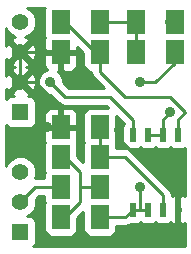
<source format=gtl>
G04 (created by PCBNEW (2013-07-07 BZR 4022)-stable) date 26/01/2015 11:31:51 AM*
%MOIN*%
G04 Gerber Fmt 3.4, Leading zero omitted, Abs format*
%FSLAX34Y34*%
G01*
G70*
G90*
G04 APERTURE LIST*
%ADD10C,0.00590551*%
%ADD11R,0.02X0.045*%
%ADD12R,0.06X0.08*%
%ADD13R,0.055X0.055*%
%ADD14C,0.055*%
%ADD15C,0.035*%
%ADD16C,0.01*%
G04 APERTURE END LIST*
G54D10*
G54D11*
X12550Y-11050D03*
X13050Y-11050D03*
X13550Y-11050D03*
X14050Y-11050D03*
X14050Y-13550D03*
X13550Y-13550D03*
X13050Y-13550D03*
X12550Y-13550D03*
G54D12*
X10150Y-12800D03*
X11450Y-12800D03*
X10150Y-11800D03*
X11450Y-11800D03*
X11450Y-10800D03*
X10150Y-10800D03*
X10150Y-13800D03*
X11450Y-13800D03*
X13950Y-8300D03*
X12650Y-8300D03*
X11450Y-7300D03*
X10150Y-7300D03*
X12650Y-7300D03*
X13950Y-7300D03*
X11450Y-8300D03*
X10150Y-8300D03*
G54D13*
X8800Y-10300D03*
G54D14*
X8800Y-9300D03*
X8800Y-8300D03*
X8800Y-7300D03*
G54D13*
X8800Y-14300D03*
G54D14*
X8800Y-13300D03*
X8800Y-12300D03*
G54D15*
X9800Y-9300D03*
X9700Y-10800D03*
X12100Y-10900D03*
X12800Y-9300D03*
X12800Y-12800D03*
X13800Y-7300D03*
X13800Y-10300D03*
G54D16*
X12550Y-10550D02*
X12550Y-11050D01*
X11800Y-9800D02*
X12550Y-10550D01*
X10300Y-9800D02*
X11800Y-9800D01*
X9800Y-9300D02*
X10300Y-9800D01*
X14050Y-13550D02*
X14050Y-13150D01*
X9700Y-10800D02*
X10150Y-10800D01*
X12100Y-11200D02*
X12100Y-10900D01*
X14050Y-13150D02*
X12100Y-11200D01*
X10150Y-10800D02*
X10150Y-10150D01*
X9300Y-9300D02*
X8800Y-9300D01*
X10150Y-10150D02*
X9300Y-9300D01*
X8800Y-9300D02*
X8800Y-8300D01*
X10150Y-8300D02*
X8800Y-8300D01*
X10150Y-7300D02*
X10300Y-7300D01*
X11300Y-8300D02*
X11450Y-8300D01*
X10800Y-7800D02*
X11300Y-8300D01*
X10300Y-7300D02*
X10800Y-7800D01*
X14050Y-11050D02*
X14050Y-10550D01*
X11450Y-8950D02*
X11450Y-8300D01*
X12300Y-9800D02*
X11450Y-8950D01*
X13800Y-9800D02*
X12300Y-9800D01*
X14300Y-10300D02*
X13800Y-9800D01*
X14050Y-10550D02*
X14300Y-10300D01*
X12800Y-13550D02*
X12800Y-12800D01*
X13950Y-8650D02*
X13950Y-8300D01*
X13300Y-9300D02*
X13950Y-8650D01*
X12800Y-9300D02*
X13300Y-9300D01*
X12550Y-13550D02*
X12800Y-13550D01*
X12800Y-13550D02*
X13050Y-13550D01*
X11450Y-13800D02*
X12300Y-13800D01*
X12300Y-13800D02*
X12550Y-13550D01*
X10800Y-12800D02*
X11450Y-12800D01*
X10150Y-11800D02*
X10300Y-11800D01*
X10300Y-13800D02*
X10150Y-13800D01*
X10800Y-13300D02*
X10300Y-13800D01*
X10800Y-12300D02*
X10800Y-12800D01*
X10800Y-12800D02*
X10800Y-13300D01*
X10300Y-11800D02*
X10800Y-12300D01*
X11450Y-10800D02*
X11450Y-11800D01*
X11450Y-11800D02*
X12300Y-11800D01*
X13550Y-13050D02*
X13550Y-13550D01*
X12300Y-11800D02*
X13550Y-13050D01*
X12650Y-7300D02*
X12650Y-8300D01*
X11450Y-7300D02*
X12650Y-7300D01*
X13550Y-11050D02*
X13550Y-10550D01*
X13800Y-7300D02*
X13950Y-7300D01*
X13550Y-10550D02*
X13800Y-10300D01*
X13050Y-11050D02*
X13550Y-11050D01*
X10150Y-12800D02*
X9300Y-12800D01*
X9300Y-12800D02*
X8800Y-13300D01*
G54D10*
G36*
X11725Y-10149D02*
X11700Y-10149D01*
X11100Y-10149D01*
X11008Y-10187D01*
X10938Y-10258D01*
X10900Y-10350D01*
X10899Y-10449D01*
X10899Y-11249D01*
X10920Y-11300D01*
X10900Y-11350D01*
X10899Y-11449D01*
X10899Y-11975D01*
X10700Y-11775D01*
X10700Y-11350D01*
X10679Y-11299D01*
X10699Y-11249D01*
X10700Y-11150D01*
X10700Y-10449D01*
X10699Y-10350D01*
X10661Y-10258D01*
X10591Y-10187D01*
X10499Y-10149D01*
X10262Y-10150D01*
X10200Y-10212D01*
X10200Y-10750D01*
X10637Y-10750D01*
X10700Y-10687D01*
X10700Y-10449D01*
X10700Y-11150D01*
X10700Y-10912D01*
X10637Y-10850D01*
X10200Y-10850D01*
X10200Y-10857D01*
X10100Y-10857D01*
X10100Y-10850D01*
X10100Y-10750D01*
X10100Y-10212D01*
X10037Y-10150D01*
X9800Y-10149D01*
X9708Y-10187D01*
X9638Y-10258D01*
X9600Y-10350D01*
X9599Y-10449D01*
X9600Y-10687D01*
X9662Y-10750D01*
X10100Y-10750D01*
X10100Y-10850D01*
X9662Y-10850D01*
X9600Y-10912D01*
X9599Y-11150D01*
X9600Y-11249D01*
X9620Y-11300D01*
X9600Y-11350D01*
X9599Y-11449D01*
X9599Y-12249D01*
X9620Y-12300D01*
X9600Y-12350D01*
X9599Y-12449D01*
X9599Y-12500D01*
X9329Y-12500D01*
X9329Y-9375D01*
X9329Y-8375D01*
X9318Y-8167D01*
X9260Y-8027D01*
X9167Y-8002D01*
X8870Y-8300D01*
X9167Y-8597D01*
X9260Y-8572D01*
X9329Y-8375D01*
X9329Y-9375D01*
X9318Y-9167D01*
X9260Y-9027D01*
X9167Y-9002D01*
X9097Y-9073D01*
X9097Y-8932D01*
X9072Y-8839D01*
X8969Y-8803D01*
X9072Y-8760D01*
X9097Y-8667D01*
X8800Y-8370D01*
X8502Y-8667D01*
X8527Y-8760D01*
X8630Y-8796D01*
X8527Y-8839D01*
X8502Y-8932D01*
X8800Y-9229D01*
X9097Y-8932D01*
X9097Y-9073D01*
X8870Y-9300D01*
X9167Y-9597D01*
X9260Y-9572D01*
X9329Y-9375D01*
X9329Y-12500D01*
X9300Y-12500D01*
X9284Y-12503D01*
X9324Y-12404D01*
X9325Y-12196D01*
X9245Y-12003D01*
X9097Y-11855D01*
X8904Y-11775D01*
X8696Y-11774D01*
X8503Y-11854D01*
X8355Y-12002D01*
X8319Y-12087D01*
X8319Y-10723D01*
X8383Y-10786D01*
X8475Y-10824D01*
X8574Y-10825D01*
X9124Y-10825D01*
X9216Y-10787D01*
X9286Y-10716D01*
X9324Y-10624D01*
X9325Y-10525D01*
X9325Y-9975D01*
X9287Y-9883D01*
X9216Y-9813D01*
X9124Y-9775D01*
X9037Y-9774D01*
X9072Y-9760D01*
X9097Y-9667D01*
X8800Y-9370D01*
X8502Y-9667D01*
X8527Y-9760D01*
X8568Y-9774D01*
X8475Y-9774D01*
X8383Y-9812D01*
X8319Y-9876D01*
X8319Y-9525D01*
X8339Y-9572D01*
X8432Y-9597D01*
X8729Y-9300D01*
X8432Y-9002D01*
X8339Y-9027D01*
X8319Y-9083D01*
X8319Y-8525D01*
X8339Y-8572D01*
X8432Y-8597D01*
X8729Y-8300D01*
X8432Y-8002D01*
X8339Y-8027D01*
X8319Y-8083D01*
X8319Y-7512D01*
X8354Y-7597D01*
X8502Y-7744D01*
X8628Y-7797D01*
X8527Y-7839D01*
X8502Y-7932D01*
X8800Y-8229D01*
X9097Y-7932D01*
X9072Y-7839D01*
X8962Y-7800D01*
X9097Y-7745D01*
X9244Y-7597D01*
X9324Y-7404D01*
X9325Y-7196D01*
X9245Y-7003D01*
X9097Y-6855D01*
X9012Y-6819D01*
X9612Y-6819D01*
X9600Y-6850D01*
X9599Y-6949D01*
X9599Y-7749D01*
X9620Y-7800D01*
X9600Y-7850D01*
X9599Y-7949D01*
X9600Y-8187D01*
X9662Y-8250D01*
X10100Y-8250D01*
X10100Y-8242D01*
X10200Y-8242D01*
X10200Y-8250D01*
X10637Y-8250D01*
X10700Y-8187D01*
X10700Y-8124D01*
X10899Y-8324D01*
X10899Y-8749D01*
X10937Y-8841D01*
X11008Y-8911D01*
X11100Y-8949D01*
X11150Y-8949D01*
X11150Y-8950D01*
X11172Y-9064D01*
X11237Y-9162D01*
X11575Y-9500D01*
X10700Y-9500D01*
X10700Y-8650D01*
X10700Y-8412D01*
X10637Y-8350D01*
X10200Y-8350D01*
X10200Y-8887D01*
X10262Y-8950D01*
X10499Y-8950D01*
X10591Y-8912D01*
X10661Y-8841D01*
X10699Y-8749D01*
X10700Y-8650D01*
X10700Y-9500D01*
X10424Y-9500D01*
X10224Y-9300D01*
X10225Y-9215D01*
X10160Y-9059D01*
X10044Y-8943D01*
X10100Y-8887D01*
X10100Y-8350D01*
X9662Y-8350D01*
X9600Y-8412D01*
X9599Y-8650D01*
X9600Y-8749D01*
X9638Y-8841D01*
X9684Y-8887D01*
X9559Y-8939D01*
X9439Y-9058D01*
X9375Y-9215D01*
X9374Y-9384D01*
X9439Y-9540D01*
X9558Y-9660D01*
X9715Y-9724D01*
X9800Y-9725D01*
X10087Y-10012D01*
X10087Y-10012D01*
X10185Y-10077D01*
X10300Y-10100D01*
X11675Y-10100D01*
X11725Y-10149D01*
X11725Y-10149D01*
G37*
G54D16*
X11725Y-10149D02*
X11700Y-10149D01*
X11100Y-10149D01*
X11008Y-10187D01*
X10938Y-10258D01*
X10900Y-10350D01*
X10899Y-10449D01*
X10899Y-11249D01*
X10920Y-11300D01*
X10900Y-11350D01*
X10899Y-11449D01*
X10899Y-11975D01*
X10700Y-11775D01*
X10700Y-11350D01*
X10679Y-11299D01*
X10699Y-11249D01*
X10700Y-11150D01*
X10700Y-10449D01*
X10699Y-10350D01*
X10661Y-10258D01*
X10591Y-10187D01*
X10499Y-10149D01*
X10262Y-10150D01*
X10200Y-10212D01*
X10200Y-10750D01*
X10637Y-10750D01*
X10700Y-10687D01*
X10700Y-10449D01*
X10700Y-11150D01*
X10700Y-10912D01*
X10637Y-10850D01*
X10200Y-10850D01*
X10200Y-10857D01*
X10100Y-10857D01*
X10100Y-10850D01*
X10100Y-10750D01*
X10100Y-10212D01*
X10037Y-10150D01*
X9800Y-10149D01*
X9708Y-10187D01*
X9638Y-10258D01*
X9600Y-10350D01*
X9599Y-10449D01*
X9600Y-10687D01*
X9662Y-10750D01*
X10100Y-10750D01*
X10100Y-10850D01*
X9662Y-10850D01*
X9600Y-10912D01*
X9599Y-11150D01*
X9600Y-11249D01*
X9620Y-11300D01*
X9600Y-11350D01*
X9599Y-11449D01*
X9599Y-12249D01*
X9620Y-12300D01*
X9600Y-12350D01*
X9599Y-12449D01*
X9599Y-12500D01*
X9329Y-12500D01*
X9329Y-9375D01*
X9329Y-8375D01*
X9318Y-8167D01*
X9260Y-8027D01*
X9167Y-8002D01*
X8870Y-8300D01*
X9167Y-8597D01*
X9260Y-8572D01*
X9329Y-8375D01*
X9329Y-9375D01*
X9318Y-9167D01*
X9260Y-9027D01*
X9167Y-9002D01*
X9097Y-9073D01*
X9097Y-8932D01*
X9072Y-8839D01*
X8969Y-8803D01*
X9072Y-8760D01*
X9097Y-8667D01*
X8800Y-8370D01*
X8502Y-8667D01*
X8527Y-8760D01*
X8630Y-8796D01*
X8527Y-8839D01*
X8502Y-8932D01*
X8800Y-9229D01*
X9097Y-8932D01*
X9097Y-9073D01*
X8870Y-9300D01*
X9167Y-9597D01*
X9260Y-9572D01*
X9329Y-9375D01*
X9329Y-12500D01*
X9300Y-12500D01*
X9284Y-12503D01*
X9324Y-12404D01*
X9325Y-12196D01*
X9245Y-12003D01*
X9097Y-11855D01*
X8904Y-11775D01*
X8696Y-11774D01*
X8503Y-11854D01*
X8355Y-12002D01*
X8319Y-12087D01*
X8319Y-10723D01*
X8383Y-10786D01*
X8475Y-10824D01*
X8574Y-10825D01*
X9124Y-10825D01*
X9216Y-10787D01*
X9286Y-10716D01*
X9324Y-10624D01*
X9325Y-10525D01*
X9325Y-9975D01*
X9287Y-9883D01*
X9216Y-9813D01*
X9124Y-9775D01*
X9037Y-9774D01*
X9072Y-9760D01*
X9097Y-9667D01*
X8800Y-9370D01*
X8502Y-9667D01*
X8527Y-9760D01*
X8568Y-9774D01*
X8475Y-9774D01*
X8383Y-9812D01*
X8319Y-9876D01*
X8319Y-9525D01*
X8339Y-9572D01*
X8432Y-9597D01*
X8729Y-9300D01*
X8432Y-9002D01*
X8339Y-9027D01*
X8319Y-9083D01*
X8319Y-8525D01*
X8339Y-8572D01*
X8432Y-8597D01*
X8729Y-8300D01*
X8432Y-8002D01*
X8339Y-8027D01*
X8319Y-8083D01*
X8319Y-7512D01*
X8354Y-7597D01*
X8502Y-7744D01*
X8628Y-7797D01*
X8527Y-7839D01*
X8502Y-7932D01*
X8800Y-8229D01*
X9097Y-7932D01*
X9072Y-7839D01*
X8962Y-7800D01*
X9097Y-7745D01*
X9244Y-7597D01*
X9324Y-7404D01*
X9325Y-7196D01*
X9245Y-7003D01*
X9097Y-6855D01*
X9012Y-6819D01*
X9612Y-6819D01*
X9600Y-6850D01*
X9599Y-6949D01*
X9599Y-7749D01*
X9620Y-7800D01*
X9600Y-7850D01*
X9599Y-7949D01*
X9600Y-8187D01*
X9662Y-8250D01*
X10100Y-8250D01*
X10100Y-8242D01*
X10200Y-8242D01*
X10200Y-8250D01*
X10637Y-8250D01*
X10700Y-8187D01*
X10700Y-8124D01*
X10899Y-8324D01*
X10899Y-8749D01*
X10937Y-8841D01*
X11008Y-8911D01*
X11100Y-8949D01*
X11150Y-8949D01*
X11150Y-8950D01*
X11172Y-9064D01*
X11237Y-9162D01*
X11575Y-9500D01*
X10700Y-9500D01*
X10700Y-8650D01*
X10700Y-8412D01*
X10637Y-8350D01*
X10200Y-8350D01*
X10200Y-8887D01*
X10262Y-8950D01*
X10499Y-8950D01*
X10591Y-8912D01*
X10661Y-8841D01*
X10699Y-8749D01*
X10700Y-8650D01*
X10700Y-9500D01*
X10424Y-9500D01*
X10224Y-9300D01*
X10225Y-9215D01*
X10160Y-9059D01*
X10044Y-8943D01*
X10100Y-8887D01*
X10100Y-8350D01*
X9662Y-8350D01*
X9600Y-8412D01*
X9599Y-8650D01*
X9600Y-8749D01*
X9638Y-8841D01*
X9684Y-8887D01*
X9559Y-8939D01*
X9439Y-9058D01*
X9375Y-9215D01*
X9374Y-9384D01*
X9439Y-9540D01*
X9558Y-9660D01*
X9715Y-9724D01*
X9800Y-9725D01*
X10087Y-10012D01*
X10087Y-10012D01*
X10185Y-10077D01*
X10300Y-10100D01*
X11675Y-10100D01*
X11725Y-10149D01*
G54D10*
G36*
X12376Y-11515D02*
X12300Y-11500D01*
X12000Y-11500D01*
X12000Y-11350D01*
X11979Y-11299D01*
X11999Y-11249D01*
X12000Y-11150D01*
X12000Y-10424D01*
X12248Y-10672D01*
X12238Y-10683D01*
X12200Y-10775D01*
X12199Y-10874D01*
X12199Y-11324D01*
X12237Y-11416D01*
X12308Y-11486D01*
X12376Y-11515D01*
X12376Y-11515D01*
G37*
G54D16*
X12376Y-11515D02*
X12300Y-11500D01*
X12000Y-11500D01*
X12000Y-11350D01*
X11979Y-11299D01*
X11999Y-11249D01*
X12000Y-11150D01*
X12000Y-10424D01*
X12248Y-10672D01*
X12238Y-10683D01*
X12200Y-10775D01*
X12199Y-10874D01*
X12199Y-11324D01*
X12237Y-11416D01*
X12308Y-11486D01*
X12376Y-11515D01*
G54D10*
G36*
X14280Y-14780D02*
X9223Y-14780D01*
X9286Y-14716D01*
X9324Y-14624D01*
X9325Y-14525D01*
X9325Y-13975D01*
X9287Y-13883D01*
X9216Y-13813D01*
X9124Y-13775D01*
X9025Y-13774D01*
X9025Y-13774D01*
X9097Y-13745D01*
X9244Y-13597D01*
X9324Y-13404D01*
X9325Y-13199D01*
X9424Y-13100D01*
X9599Y-13100D01*
X9599Y-13249D01*
X9620Y-13300D01*
X9600Y-13350D01*
X9599Y-13449D01*
X9599Y-14249D01*
X9637Y-14341D01*
X9708Y-14411D01*
X9800Y-14449D01*
X9899Y-14450D01*
X10499Y-14450D01*
X10591Y-14412D01*
X10661Y-14341D01*
X10699Y-14249D01*
X10700Y-14150D01*
X10700Y-13824D01*
X10899Y-13624D01*
X10899Y-14249D01*
X10937Y-14341D01*
X11008Y-14411D01*
X11100Y-14449D01*
X11199Y-14450D01*
X11799Y-14450D01*
X11891Y-14412D01*
X11961Y-14341D01*
X11999Y-14249D01*
X12000Y-14150D01*
X12000Y-14100D01*
X12300Y-14100D01*
X12300Y-14099D01*
X12414Y-14077D01*
X12414Y-14077D01*
X12492Y-14025D01*
X12499Y-14025D01*
X12699Y-14025D01*
X12791Y-13987D01*
X12799Y-13978D01*
X12808Y-13986D01*
X12900Y-14024D01*
X12999Y-14025D01*
X13199Y-14025D01*
X13291Y-13987D01*
X13299Y-13978D01*
X13308Y-13986D01*
X13400Y-14024D01*
X13499Y-14025D01*
X13699Y-14025D01*
X13791Y-13987D01*
X13800Y-13978D01*
X13808Y-13987D01*
X13900Y-14025D01*
X13937Y-14025D01*
X14000Y-13962D01*
X14000Y-13600D01*
X13992Y-13600D01*
X13992Y-13500D01*
X14000Y-13500D01*
X14000Y-13137D01*
X13937Y-13075D01*
X13900Y-13074D01*
X13850Y-13095D01*
X13850Y-13050D01*
X13827Y-12935D01*
X13762Y-12837D01*
X12512Y-11587D01*
X12418Y-11524D01*
X12499Y-11525D01*
X12699Y-11525D01*
X12791Y-11487D01*
X12799Y-11478D01*
X12808Y-11486D01*
X12900Y-11524D01*
X12999Y-11525D01*
X13199Y-11525D01*
X13291Y-11487D01*
X13299Y-11478D01*
X13308Y-11486D01*
X13400Y-11524D01*
X13499Y-11525D01*
X13699Y-11525D01*
X13791Y-11487D01*
X13799Y-11478D01*
X13808Y-11486D01*
X13900Y-11524D01*
X13999Y-11525D01*
X14199Y-11525D01*
X14280Y-11491D01*
X14280Y-13108D01*
X14199Y-13074D01*
X14162Y-13075D01*
X14100Y-13137D01*
X14100Y-13500D01*
X14107Y-13500D01*
X14107Y-13600D01*
X14100Y-13600D01*
X14100Y-13962D01*
X14162Y-14025D01*
X14199Y-14025D01*
X14280Y-13991D01*
X14280Y-14780D01*
X14280Y-14780D01*
G37*
G54D16*
X14280Y-14780D02*
X9223Y-14780D01*
X9286Y-14716D01*
X9324Y-14624D01*
X9325Y-14525D01*
X9325Y-13975D01*
X9287Y-13883D01*
X9216Y-13813D01*
X9124Y-13775D01*
X9025Y-13774D01*
X9025Y-13774D01*
X9097Y-13745D01*
X9244Y-13597D01*
X9324Y-13404D01*
X9325Y-13199D01*
X9424Y-13100D01*
X9599Y-13100D01*
X9599Y-13249D01*
X9620Y-13300D01*
X9600Y-13350D01*
X9599Y-13449D01*
X9599Y-14249D01*
X9637Y-14341D01*
X9708Y-14411D01*
X9800Y-14449D01*
X9899Y-14450D01*
X10499Y-14450D01*
X10591Y-14412D01*
X10661Y-14341D01*
X10699Y-14249D01*
X10700Y-14150D01*
X10700Y-13824D01*
X10899Y-13624D01*
X10899Y-14249D01*
X10937Y-14341D01*
X11008Y-14411D01*
X11100Y-14449D01*
X11199Y-14450D01*
X11799Y-14450D01*
X11891Y-14412D01*
X11961Y-14341D01*
X11999Y-14249D01*
X12000Y-14150D01*
X12000Y-14100D01*
X12300Y-14100D01*
X12300Y-14099D01*
X12414Y-14077D01*
X12414Y-14077D01*
X12492Y-14025D01*
X12499Y-14025D01*
X12699Y-14025D01*
X12791Y-13987D01*
X12799Y-13978D01*
X12808Y-13986D01*
X12900Y-14024D01*
X12999Y-14025D01*
X13199Y-14025D01*
X13291Y-13987D01*
X13299Y-13978D01*
X13308Y-13986D01*
X13400Y-14024D01*
X13499Y-14025D01*
X13699Y-14025D01*
X13791Y-13987D01*
X13800Y-13978D01*
X13808Y-13987D01*
X13900Y-14025D01*
X13937Y-14025D01*
X14000Y-13962D01*
X14000Y-13600D01*
X13992Y-13600D01*
X13992Y-13500D01*
X14000Y-13500D01*
X14000Y-13137D01*
X13937Y-13075D01*
X13900Y-13074D01*
X13850Y-13095D01*
X13850Y-13050D01*
X13827Y-12935D01*
X13762Y-12837D01*
X12512Y-11587D01*
X12418Y-11524D01*
X12499Y-11525D01*
X12699Y-11525D01*
X12791Y-11487D01*
X12799Y-11478D01*
X12808Y-11486D01*
X12900Y-11524D01*
X12999Y-11525D01*
X13199Y-11525D01*
X13291Y-11487D01*
X13299Y-11478D01*
X13308Y-11486D01*
X13400Y-11524D01*
X13499Y-11525D01*
X13699Y-11525D01*
X13791Y-11487D01*
X13799Y-11478D01*
X13808Y-11486D01*
X13900Y-11524D01*
X13999Y-11525D01*
X14199Y-11525D01*
X14280Y-11491D01*
X14280Y-13108D01*
X14199Y-13074D01*
X14162Y-13075D01*
X14100Y-13137D01*
X14100Y-13500D01*
X14107Y-13500D01*
X14107Y-13600D01*
X14100Y-13600D01*
X14100Y-13962D01*
X14162Y-14025D01*
X14199Y-14025D01*
X14280Y-13991D01*
X14280Y-14780D01*
M02*

</source>
